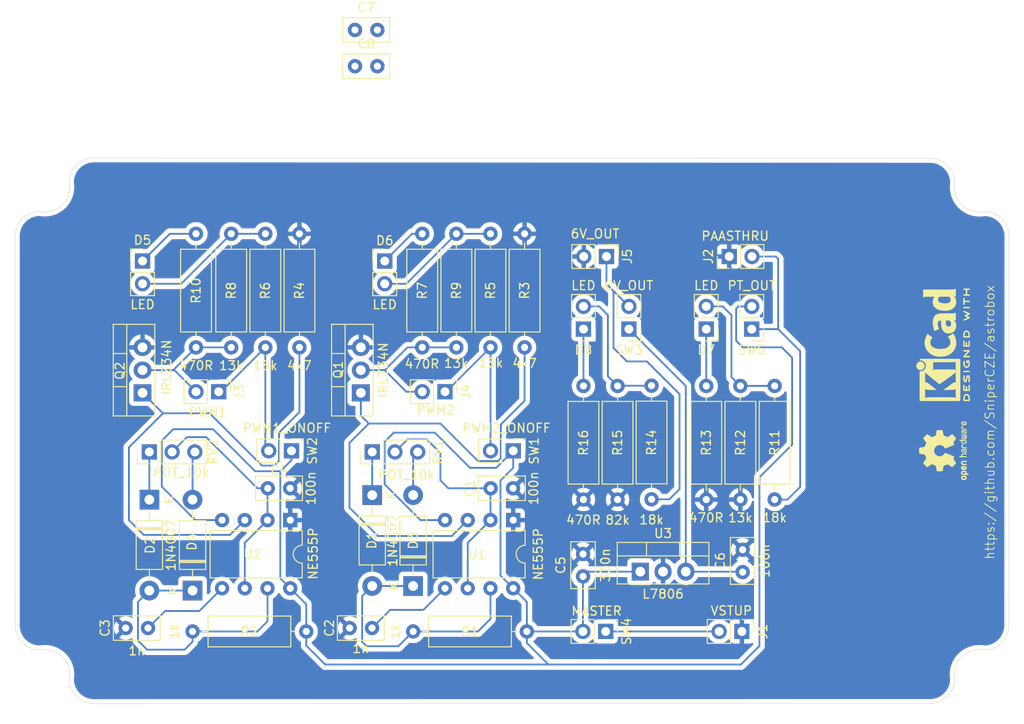
<source format=kicad_pcb>
(kicad_pcb (version 20221018) (generator pcbnew)
  (layers (0 "F.Cu" signal) (31 "B.Cu" signal) (34 "B.Paste" user) (35 "F.Paste" user) (36 "B.SilkS" user "B.Silkscreen") (37 "F.SilkS" user "F.Silkscreen") (38 "B.Mask" user) (39 "F.Mask" user) (44 "Edge.Cuts" user))
  (net 0 "")
  (net 1 "/POT2")
  (net 2 "GND")
  (net 3 "/CGND2")
  (net 4 "Net-(D1-K)")
  (net 5 "Net-(D2-K)")
  (net 6 "Net-(D3-A)")
  (net 7 "Net-(D4-A)")
  (net 8 "Net-(D5-K)")
  (net 9 "Net-(D5-A)")
  (net 10 "Net-(D6-K)")
  (net 11 "Net-(D6-A)")
  (net 12 "Net-(J1-Pin_2)")
  (net 13 "Net-(J3-Pin_2)")
  (net 14 "Net-(J4-Pin_2)")
  (net 16 "Net-(J5-Pin_1)")
  (net 17 "Net-(J3-Pin_1)")
  (net 18 "Net-(J4-Pin_1)")
  (net 20 "Net-(SW3-A)")
  (net 21 "Net-(D7-K)")
  (net 22 "Net-(D7-A)")
  (net 23 "Net-(D8-K)")
  (net 24 "Net-(D8-A)")
  (net 25 "Net-(J2-Pin_2)")
  (net 28 "/D2")
  (net 29 "/OUT2")
  (net 30 "/CGND1")
  (net 31 "/POT1")
  (net 32 "/VCC1")
  (net 33 "/D1")
  (net 34 "/OUT1")
  (footprint "Connector_PinHeader_2.54mm:PinHeader_1x02_P2.54mm_Vertical" (layer "F.Cu") (at 125.857 70.739 -90)
    (fp_text reference "SW2" (at 0 -2.33 -270) (layer "F.SilkS"))
    (fp_text value "PWM1_ONOFF" (at -2.54 0.508) (layer "F.SilkS"))
    (pad "1" thru_hole rect (at 0 0 270) (size 1.7 1.7) (drill 1) (layers "*.Cu" "*.Mask") (net 32 "/VCC1"))
    (pad "2" thru_hole oval (at 0 2.54 270) (size 1.7 1.7) (drill 1) (layers "*.Cu" "*.Mask") (net 17 "Net-(J3-Pin_1)"))
  )
  (footprint "Resistor_THT:R_Axial_DIN0309_L9.0mm_D3.2mm_P12.70mm_Horizontal" (layer "F.Cu") (at 179.824 76.186 90)
    (fp_text reference "R11")
    (fp_text value "18k" (at -2.032 0 180) (layer "F.SilkS"))
    (fp_text user "${REFERENCE}" (at 6.35 0 90) (layer "F.SilkS"))
    (pad "1" thru_hole circle (at 0 0 90) (size 1.6 1.6) (drill 0.8) (layers "*.Cu" "*.Mask") (net 25 "Net-(J2-Pin_2)"))
    (pad "2" thru_hole oval (at 12.7 0 90) (size 1.6 1.6) (drill 0.8) (layers "*.Cu" "*.Mask") (net 22 "Net-(D7-A)"))
  )
  (footprint "Connector_PinHeader_2.54mm:PinHeader_1x02_P2.54mm_Vertical" (layer "F.Cu") (at 176.165 90.932 -90)
    (fp_text reference "J1" (at 0 -2.33 -270) (layer "F.SilkS"))
    (fp_text value "VSTUP" (at -2.3114 1.1734) (layer "F.SilkS"))
    (pad "1" thru_hole rect (at 0 0 270) (size 1.7 1.7) (drill 1) (layers "*.Cu" "*.Mask") (net 2 "GND"))
    (pad "2" thru_hole oval (at 0 2.54 270) (size 1.7 1.7) (drill 1) (layers "*.Cu" "*.Mask") (net 12 "Net-(J1-Pin_2)"))
  )
  (footprint "Diode_THT:D_DO-41_SOD81_P10.16mm_Horizontal" (layer "F.Cu") (at 114.808 86.36 90)
    (fp_text reference "D4" (at 5.444 -0.0774 90) (layer "F.SilkS"))
    (fp_text value "1N4007")
    (fp_text user "K" (at -0.0508 -2.159 90) (layer "F.SilkS"))
    (pad "1" thru_hole rect (at 0 0 90) (size 2.2 2.2) (drill 1.1) (layers "*.Cu" "*.Mask") (net 33 "/D1"))
    (pad "2" thru_hole oval (at 10.16 0 90) (size 2.2 2.2) (drill 1.1) (layers "*.Cu" "*.Mask") (net 7 "Net-(D4-A)"))
  )
  (footprint "Resistor_THT:R_Axial_DIN0309_L9.0mm_D3.2mm_P12.70mm_Horizontal" (layer "F.Cu") (at 119.126 46.482 -90)
    (fp_text reference "R8")
    (fp_text value "13k" (at 14.732 0 -180) (layer "F.SilkS"))
    (fp_text user "${REFERENCE}" (at 6.35 0 90) (layer "F.SilkS"))
    (pad "1" thru_hole circle (at 0 0 270) (size 1.6 1.6) (drill 0.8) (layers "*.Cu" "*.Mask") (net 9 "Net-(D5-A)"))
    (pad "2" thru_hole oval (at 12.7 0 270) (size 1.6 1.6) (drill 0.8) (layers "*.Cu" "*.Mask") (net 13 "Net-(J3-Pin_2)"))
  )
  (footprint "Connector_PinHeader_2.54mm:PinHeader_1x02_P2.54mm_Vertical" (layer "F.Cu") (at 160.95 90.932 -90)
    (fp_text reference "SW4" (at 0 -2.33 -270) (layer "F.SilkS"))
    (fp_text value "MASTER" (at -2.286 1.016) (layer "F.SilkS"))
    (pad "1" thru_hole rect (at 0 0 270) (size 1.7 1.7) (drill 1) (layers "*.Cu" "*.Mask") (net 12 "Net-(J1-Pin_2)"))
    (pad "2" thru_hole oval (at 0 2.54 270) (size 1.7 1.7) (drill 1) (layers "*.Cu" "*.Mask") (net 32 "/VCC1"))
  )
  (footprint "Capacitor_THT:C_Disc_D5.0mm_W2.5mm_P2.50mm" (layer "F.Cu") (at 132.95 23.7)
    (fp_text reference "C7" (at 1.25 -2.5) (layer "F.SilkS"))
    (fp_text value "330n")
    (pad "1" thru_hole circle (at 0 0) (size 1.6 1.6) (drill 0.8) (layers "*.Cu" "*.Mask"))
    (pad "2" thru_hole circle (at 2.5 0) (size 1.6 1.6) (drill 0.8) (layers "*.Cu" "*.Mask"))
  )
  (footprint "Resistor_THT:R_Axial_DIN0309_L9.0mm_D3.2mm_P12.70mm_Horizontal" (layer "F.Cu") (at 172.186 63.49 -90)
    (fp_text reference "R13")
    (fp_text value "470R" (at 14.732 0 -180) (layer "F.SilkS"))
    (fp_text user "${REFERENCE}" (at 6.35 0 90) (layer "F.SilkS"))
    (pad "1" thru_hole circle (at 0 0 270) (size 1.6 1.6) (drill 0.8) (layers "*.Cu" "*.Mask") (net 21 "Net-(D7-K)"))
    (pad "2" thru_hole oval (at 12.7 0 270) (size 1.6 1.6) (drill 0.8) (layers "*.Cu" "*.Mask") (net 2 "GND"))
  )
  (footprint "Diode_THT:D_DO-41_SOD81_P10.16mm_Horizontal" (layer "F.Cu") (at 109.982 76.2 -90)
    (fp_text reference "D2" (at 5.08 -0.0762 90) (layer "F.SilkS"))
    (fp_text value "1N4007" (at 5.08 -2.413 90) (layer "F.SilkS"))
    (fp_text user "K" (at 0 -2.159 90) (layer "F.SilkS"))
    (pad "1" thru_hole rect (at 0 0 270) (size 2.2 2.2) (drill 1.1) (layers "*.Cu" "*.Mask") (net 5 "Net-(D2-K)"))
    (pad "2" thru_hole oval (at 10.16 0 270) (size 2.2 2.2) (drill 1.1) (layers "*.Cu" "*.Mask") (net 33 "/D1"))
  )
  (footprint "Diode_THT:D_DO-41_SOD81_P10.16mm_Horizontal" (layer "F.Cu") (at 139.446 85.852 90)
    (fp_text reference "D3" (at 5.08 0 90) (layer "F.SilkS"))
    (fp_text value "1N4007" (at 5.08 -2.286 90) (layer "F.SilkS"))
    (fp_text user "K" (at 0 -2.1 90) (layer "F.SilkS"))
    (pad "1" thru_hole rect (at 0 0 90) (size 2.2 2.2) (drill 1.1) (layers "*.Cu" "*.Mask") (net 28 "/D2"))
    (pad "2" thru_hole oval (at 10.16 0 90) (size 2.2 2.2) (drill 1.1) (layers "*.Cu" "*.Mask") (net 6 "Net-(D3-A)"))
  )
  (footprint "Package_DIP:DIP-8_W7.62mm" (layer "F.Cu") (at 125.72 78.486 -90)
    (fp_text reference "U2" (at 3.8 4.2064) (layer "F.SilkS"))
    (fp_text value "NE555P" (at 3.7492 -2.55 -270) (layer "F.SilkS"))
    (pad "1" thru_hole rect (at 0 0 270) (size 1.6 1.6) (drill 0.8) (layers "*.Cu" "*.Mask") (net 2 "GND"))
    (pad "2" thru_hole oval (at 0 2.54 270) (size 1.6 1.6) (drill 0.8) (layers "*.Cu" "*.Mask") (net 31 "/POT1"))
    (pad "3" thru_hole oval (at 0 5.08 270) (size 1.6 1.6) (drill 0.8) (layers "*.Cu" "*.Mask") (net 34 "/OUT1"))
    (pad "4" thru_hole oval (at 0 7.62 270) (size 1.6 1.6) (drill 0.8) (layers "*.Cu" "*.Mask") (net 32 "/VCC1"))
    (pad "5" thru_hole oval (at 7.62 7.62 270) (size 1.6 1.6) (drill 0.8) (layers "*.Cu" "*.Mask") (net 30 "/CGND1"))
    (pad "6" thru_hole oval (at 7.62 5.08 270) (size 1.6 1.6) (drill 0.8) (layers "*.Cu" "*.Mask") (net 31 "/POT1"))
    (pad "7" thru_hole oval (at 7.62 2.54 270) (size 1.6 1.6) (drill 0.8) (layers "*.Cu" "*.Mask") (net 33 "/D1"))
    (pad "8" thru_hole oval (at 7.62 0 270) (size 1.6 1.6) (drill 0.8) (layers "*.Cu" "*.Mask") (net 32 "/VCC1"))
  )
  (footprint "Connector_PinHeader_2.54mm:PinHeader_1x02_P2.54mm_Vertical" (layer "F.Cu") (at 117.729 64.135 -90)
    (fp_text reference "J3" (at 0 -2.33 90) (layer "F.SilkS"))
    (fp_text value "PWM1" (at 2.286 1.2192) (layer "F.SilkS"))
    (pad "1" thru_hole rect (at 0 0 270) (size 1.7 1.7) (drill 1) (layers "*.Cu" "*.Mask") (net 17 "Net-(J3-Pin_1)"))
    (pad "2" thru_hole oval (at 0 2.54 270) (size 1.7 1.7) (drill 1) (layers "*.Cu" "*.Mask") (net 13 "Net-(J3-Pin_2)"))
  )
  (footprint "Package_TO_SOT_THT:TO-220-3_Vertical" (layer "F.Cu") (at 109.22 64.262 90)
    (fp_text reference "Q2" (at 2.4638 -2.5198 90) (layer "F.SilkS"))
    (fp_text value "IRLZ34N" (at 2.8448 2.6924 90) (layer "F.SilkS"))
    (pad "1" thru_hole rect (at 0 0 90) (size 1.905 2) (drill 1.1) (layers "*.Cu" "*.Mask") (net 34 "/OUT1"))
    (pad "2" thru_hole oval (at 2.54 0 90) (size 1.905 2) (drill 1.1) (layers "*.Cu" "*.Mask") (net 13 "Net-(J3-Pin_2)"))
    (pad "3" thru_hole oval (at 5.08 0 90) (size 1.905 2) (drill 1.1) (layers "*.Cu" "*.Mask") (net 2 "GND"))
  )
  (footprint "Resistor_THT:R_Axial_DIN0309_L9.0mm_D3.2mm_P12.70mm_Horizontal" (layer "F.Cu") (at 144.272 46.482 -90)
    (fp_text reference "R9")
    (fp_text value "13k" (at 14.478 0.0254) (layer "F.SilkS"))
    (fp_text user "${REFERENCE}" (at 6.35 0 90) (layer "F.SilkS"))
    (pad "1" thru_hole circle (at 0 0 270) (size 1.6 1.6) (drill 0.8) (layers "*.Cu" "*.Mask") (net 11 "Net-(D6-A)"))
    (pad "2" thru_hole oval (at 12.7 0 270) (size 1.6 1.6) (drill 0.8) (layers "*.Cu" "*.Mask") (net 14 "Net-(J4-Pin_2)"))
  )
  (footprint "Capacitor_THT:C_Disc_D5.0mm_W2.5mm_P2.50mm" (layer "F.Cu") (at 109.835 90.551 180)
    (fp_text reference "C3" (at 4.806 0 90) (layer "F.SilkS"))
    (fp_text value "1n" (at 1.25 -2.54) (layer "F.SilkS"))
    (pad "1" thru_hole circle (at 0 0 180) (size 1.6 1.6) (drill 0.8) (layers "*.Cu" "*.Mask") (net 30 "/CGND1"))
    (pad "2" thru_hole circle (at 2.5 0 180) (size 1.6 1.6) (drill 0.8) (layers "*.Cu" "*.Mask") (net 2 "GND"))
  )
  (footprint "Resistor_THT:R_Axial_DIN0309_L9.0mm_D3.2mm_P12.70mm_Horizontal" (layer "F.Cu") (at 166.074 76.161 90)
    (fp_text reference "R14")
    (fp_text value "18k" (at -2.286 0 180) (layer "F.SilkS"))
    (fp_text user "${REFERENCE}" (at 6.35 0 90) (layer "F.SilkS"))
    (pad "1" thru_hole circle (at 0 0 90) (size 1.6 1.6) (drill 0.8) (layers "*.Cu" "*.Mask") (net 16 "Net-(J5-Pin_1)"))
    (pad "2" thru_hole oval (at 12.7 0 90) (size 1.6 1.6) (drill 0.8) (layers "*.Cu" "*.Mask") (net 24 "Net-(D8-A)"))
  )
  (footprint "Package_DIP:DIP-8_W7.62mm" (layer "F.Cu") (at 150.622 78.486 -90)
    (fp_text reference "U1" (at 3.8608 4.0386) (layer "F.SilkS"))
    (fp_text value "NE555P" (at 3.81 -2.794 -270) (layer "F.SilkS"))
    (pad "1" thru_hole rect (at 0 0 270) (size 1.6 1.6) (drill 0.8) (layers "*.Cu" "*.Mask") (net 2 "GND"))
    (pad "2" thru_hole oval (at 0 2.54 270) (size 1.6 1.6) (drill 0.8) (layers "*.Cu" "*.Mask") (net 1 "/POT2"))
    (pad "3" thru_hole oval (at 0 5.08 270) (size 1.6 1.6) (drill 0.8) (layers "*.Cu" "*.Mask") (net 29 "/OUT2"))
    (pad "4" thru_hole oval (at 0 7.62 270) (size 1.6 1.6) (drill 0.8) (layers "*.Cu" "*.Mask") (net 32 "/VCC1"))
    (pad "5" thru_hole oval (at 7.62 7.62 270) (size 1.6 1.6) (drill 0.8) (layers "*.Cu" "*.Mask") (net 3 "/CGND2"))
    (pad "6" thru_hole oval (at 7.62 5.08 270) (size 1.6 1.6) (drill 0.8) (layers "*.Cu" "*.Mask") (net 1 "/POT2"))
    (pad "7" thru_hole oval (at 7.62 2.54 270) (size 1.6 1.6) (drill 0.8) (layers "*.Cu" "*.Mask") (net 28 "/D2"))
    (pad "8" thru_hole oval (at 7.62 0 270) (size 1.6 1.6) (drill 0.8) (layers "*.Cu" "*.Mask") (net 32 "/VCC1"))
  )
  (footprint "Resistor_THT:R_Axial_DIN0309_L9.0mm_D3.2mm_P12.70mm_Horizontal" (layer "F.Cu") (at 152.146 90.932 180)
    (fp_text reference "R1")
    (fp_text value "1k" (at 14.732 0 90) (layer "F.SilkS"))
    (fp_text user "${REFERENCE}" (at 6.35 0) (layer "F.SilkS"))
    (pad "1" thru_hole circle (at 0 0 180) (size 1.6 1.6) (drill 0.8) (layers "*.Cu" "*.Mask") (net 32 "/VCC1"))
    (pad "2" thru_hole oval (at 12.7 0 180) (size 1.6 1.6) (drill 0.8) (layers "*.Cu" "*.Mask") (net 28 "/D2"))
  )
  (footprint "Connector_PinHeader_2.54mm:PinHeader_1x02_P2.54mm_Vertical" (layer "F.Cu") (at 158.47 57.14 180)
    (fp_text reference "D8" (at 0 -2.33) (layer "F.SilkS"))
    (fp_text value "LED" (at 0 4.87) (layer "F.SilkS"))
    (pad "1" thru_hole rect (at 0 0 180) (size 1.7 1.7) (drill 1) (layers "*.Cu" "*.Mask") (net 23 "Net-(D8-K)"))
    (pad "2" thru_hole oval (at 0 2.54 180) (size 1.7 1.7) (drill 1) (layers "*.Cu" "*.Mask") (net 24 "Net-(D8-A)"))
  )
  (footprint "Connector_PinHeader_2.54mm:PinHeader_1x02_P2.54mm_Vertical" (layer "F.Cu") (at 174.752 49.022 90)
    (fp_text reference "J2" (at 0 -2.33 90) (layer "F.SilkS"))
    (fp_text value "PAASTHRU" (at 2.286 0.6654) (layer "F.SilkS"))
    (pad "1" thru_hole rect (at 0 0 90) (size 1.7 1.7) (drill 1) (layers "*.Cu" "*.Mask") (net 2 "GND"))
    (pad "2" thru_hole oval (at 0 2.54 90) (size 1.7 1.7) (drill 1) (layers "*.Cu" "*.Mask") (net 25 "Net-(J2-Pin_2)"))
  )
  (footprint "Connector_PinHeader_2.54mm:PinHeader_1x02_P2.54mm_Vertical" (layer "F.Cu") (at 161.041 49.022 -90)
    (fp_text reference "J5" (at 0 -2.33 90) (layer "F.SilkS"))
    (fp_text value "6V_OUT" (at -2.54 1.275 -180) (layer "F.SilkS"))
    (pad "1" thru_hole rect (at 0 0 270) (size 1.7 1.7) (drill 1) (layers "*.Cu" "*.Mask") (net 16 "Net-(J5-Pin_1)"))
    (pad "2" thru_hole oval (at 0 2.54 270) (size 1.7 1.7) (drill 1) (layers "*.Cu" "*.Mask") (net 2 "GND"))
  )
  (footprint "Capacitor_THT:C_Disc_D5.0mm_W2.5mm_P2.50mm" (layer "F.Cu") (at 123.21 74.93)
    (fp_text reference "C4" (at 1.27 -2.032) (layer "F.SilkS"))
    (fp_text value "100n" (at 4.826 0 90) (layer "F.SilkS"))
    (pad "1" thru_hole circle (at 0 0) (size 1.6 1.6) (drill 0.8) (layers "*.Cu" "*.Mask") (net 31 "/POT1"))
    (pad "2" thru_hole circle (at 2.5 0) (size 1.6 1.6) (drill 0.8) (layers "*.Cu" "*.Mask") (net 2 "GND"))
  )
  (footprint "Connector_PinHeader_2.54mm:PinHeader_1x02_P2.54mm_Vertical" (layer "F.Cu") (at 177.266 57.145 180)
    (fp_text reference "SW5" (at 0 -2.33) (layer "F.SilkS"))
    (fp_text value "PT_OUT" (at 0 4.87) (layer "F.SilkS"))
    (pad "1" thru_hole rect (at 0 0 180) (size 1.7 1.7) (drill 1) (layers "*.Cu" "*.Mask") (net 25 "Net-(J2-Pin_2)"))
    (pad "2" thru_hole oval (at 0 2.54 180) (size 1.7 1.7) (drill 1) (layers "*.Cu" "*.Mask") (net 32 "/VCC1"))
  )
  (footprint "Capacitor_THT:C_Disc_D5.0mm_W2.5mm_P2.50mm" (layer "F.Cu") (at 134.854 90.551 180)
    (fp_text reference "C2" (at 4.7552 0 90) (layer "F.SilkS"))
    (fp_text value "1n" (at 1.25 -2.286) (layer "F.SilkS"))
    (pad "1" thru_hole circle (at 0 0 180) (size 1.6 1.6) (drill 0.8) (layers "*.Cu" "*.Mask") (net 3 "/CGND2"))
    (pad "2" thru_hole circle (at 2.5 0 180) (size 1.6 1.6) (drill 0.8) (layers "*.Cu" "*.Mask") (net 2 "GND"))
  )
  (footprint "Connector_PinHeader_2.54mm:PinHeader_1x02_P2.54mm_Vertical" (layer "F.Cu") (at 150.627 70.739 -90)
    (fp_text reference "SW1" (at 0 -2.33 -270) (layer "F.SilkS"))
    (fp_text value "PWM2_ONOFF" (at -2.54 0.762) (layer "F.SilkS"))
    (pad "1" thru_hole rect (at 0 0 270) (size 1.7 1.7) (drill 1) (layers "*.Cu" "*.Mask") (net 32 "/VCC1"))
    (pad "2" thru_hole oval (at 0 2.54 270) (size 1.7 1.7) (drill 1) (layers "*.Cu" "*.Mask") (net 18 "Net-(J4-Pin_1)"))
  )
  (footprint "Resistor_THT:R_Axial_DIN0309_L9.0mm_D3.2mm_P12.70mm_Horizontal" (layer "F.Cu") (at 162.28 76.19 90)
    (fp_text reference "R15")
    (fp_text value "82k" (at -2.286 0 180) (layer "F.SilkS"))
    (fp_text user "${REFERENCE}" (at 6.35 0 90) (layer "F.SilkS"))
    (pad "1" thru_hole circle (at 0 0 90) (size 1.6 1.6) (drill 0.8) (layers "*.Cu" "*.Mask") (net 2 "GND"))
    (pad "2" thru_hole oval (at 12.7 0 90) (size 1.6 1.6) (drill 0.8) (layers "*.Cu" "*.Mask") (net 24 "Net-(D8-A)"))
  )
  (footprint "Symbol:KiCad-Logo2_5mm_SilkScreen" (layer "F.Cu") (at 198.625 58.9 90)
    (fp_text reference "REF**" hide)
    (fp_text value "KiCad-Logo2_5mm_SilkScreen" hide)
  )
  (footprint "Capacitor_THT:C_Disc_D5.0mm_W2.5mm_P2.50mm" (layer "F.Cu") (at 158.425 84.775 90)
    (fp_text reference "C5" (at 1.25 -2.5 90) (layer "F.SilkS"))
    (fp_text value "330n" (at 1.25 2.5 90) (layer "F.SilkS"))
    (pad "1" thru_hole circle (at 0 0 90) (size 1.6 1.6) (drill 0.8) (layers "*.Cu" "*.Mask") (net 32 "/VCC1"))
    (pad "2" thru_hole circle (at 2.5 0 90) (size 1.6 1.6) (drill 0.8) (layers "*.Cu" "*.Mask") (net 2 "GND"))
  )
  (footprint "Resistor_THT:R_Axial_DIN0309_L9.0mm_D3.2mm_P12.70mm_Horizontal" (layer "F.Cu") (at 122.936 59.182 90)
    (fp_text reference "R6")
    (fp_text value "18k" (at -2.032 0) (layer "F.SilkS"))
    (fp_text user "${REFERENCE}" (at 6.35 0 90) (layer "F.SilkS"))
    (pad "1" thru_hole circle (at 0 0 90) (size 1.6 1.6) (drill 0.8) (layers "*.Cu" "*.Mask") (net 17 "Net-(J3-Pin_1)"))
    (pad "2" thru_hole oval (at 12.7 0 90) (size 1.6 1.6) (drill 0.8) (layers "*.Cu" "*.Mask") (net 9 "Net-(D5-A)"))
  )
  (footprint "Capacitor_THT:C_Disc_D5.0mm_W2.5mm_P2.50mm" (layer "F.Cu") (at 176.25 84.298 90)
    (fp_text reference "C6" (at 1.25 -2.5 90) (layer "F.SilkS"))
    (fp_text value "100n" (at 1.25 2.5 90) (layer "F.SilkS"))
    (pad "1" thru_hole circle (at 0 0 90) (size 1.6 1.6) (drill 0.8) (layers "*.Cu" "*.Mask") (net 20 "Net-(SW3-A)"))
    (pad "2" thru_hole circle (at 2.5 0 90) (size 1.6 1.6) (drill 0.8) (layers "*.Cu" "*.Mask") (net 2 "GND"))
  )
  (footprint "Package_TO_SOT_THT:TO-220-3_Vertical" (layer "F.Cu") (at 133.604 64.262 90)
    (fp_text reference "Q1" (at 2.5908 -2.5198 90) (layer "F.SilkS"))
    (fp_text value "IRLZ34N" (at 2.54 2.5 90) (layer "F.SilkS"))
    (pad "1" thru_hole rect (at 0 0 90) (size 1.905 2) (drill 1.1) (layers "*.Cu" "*.Mask") (net 29 "/OUT2"))
    (pad "2" thru_hole oval (at 2.54 0 90) (size 1.905 2) (drill 1.1) (layers "*.Cu" "*.Mask") (net 14 "Net-(J4-Pin_2)"))
    (pad "3" thru_hole oval (at 5.08 0 90) (size 1.905 2) (drill 1.1) (layers "*.Cu" "*.Mask") (net 2 "GND"))
  )
  (footprint "Resistor_THT:R_Axial_DIN0309_L9.0mm_D3.2mm_P12.70mm_Horizontal" (layer "F.Cu") (at 151.892 59.182 90)
    (fp_text reference "R3")
    (fp_text value "4k7" (at -1.778 0 180) (layer "F.SilkS"))
    (fp_text user "${REFERENCE}" (at 6.35 0 90) (layer "F.SilkS"))
    (pad "1" thru_hole circle (at 0 0 90) (size 1.6 1.6) (drill 0.8) (layers "*.Cu" "*.Mask") (net 29 "/OUT2"))
    (pad "2" thru_hole oval (at 12.7 0 90) (size 1.6 1.6) (drill 0.8) (layers "*.Cu" "*.Mask") (net 2 "GND"))
  )
  (footprint "Diode_THT:D_DO-41_SOD81_P10.16mm_Horizontal" (layer "F.Cu") (at 134.874 75.692 -90)
    (fp_text reference "D1" (at 5.0546 0.0508 90) (layer "F.SilkS"))
    (fp_text value "1N4007" (at 5.08 -2.286 90) (layer "F.SilkS"))
    (fp_text user "K" (at 0 -2.1 90) (layer "F.SilkS"))
    (pad "1" thru_hole rect (at 0 0 270) (size 2.2 2.2) (drill 1.1) (layers "*.Cu" "*.Mask") (net 4 "Net-(D1-K)"))
    (pad "2" thru_hole oval (at 10.16 0 270) (size 2.2 2.2) (drill 1.1) (layers "*.Cu" "*.Mask") (net 28 "/D2"))
  )
  (footprint "Resistor_THT:R_Axial_DIN0309_L9.0mm_D3.2mm_P12.70mm_Horizontal" (layer "F.Cu") (at 115.189 46.482 -90)
    (fp_text reference "R10")
    (fp_text value "470R" (at 14.732 0 -180) (layer "F.SilkS"))
    (fp_text user "${REFERENCE}" (at 6.35 0 90) (layer "F.SilkS"))
    (pad "1" thru_hole circle (at 0 0 270) (size 1.6 1.6) (drill 0.8) (layers "*.Cu" "*.Mask") (net 8 "Net-(D5-K)"))
    (pad "2" thru_hole oval (at 12.7 0 270) (size 1.6 1.6) (drill 0.8) (layers "*.Cu" "*.Mask") (net 13 "Net-(J3-Pin_2)"))
  )
  (footprint "Resistor_THT:R_Axial_DIN0309_L9.0mm_D3.2mm_P12.70mm_Horizontal" (layer "F.Cu") (at 126.746 59.182 90)
    (fp_text reference "R4")
    (fp_text value "4k7" (at -2.032 0) (layer "F.SilkS"))
    (fp_text user "${REFERENCE}" (at 6.35 0 90) (layer "F.SilkS"))
    (pad "1" thru_hole circle (at 0 0 90) (size 1.6 1.6) (drill 0.8) (layers "*.Cu" "*.Mask") (net 34 "/OUT1"))
    (pad "2" thru_hole oval (at 12.7 0 90) (size 1.6 1.6) (drill 0.8) (layers "*.Cu" "*.Mask") (net 2 "GND"))
  )
  (footprint "Connector_PinHeader_2.54mm:PinHeader_1x02_P2.54mm_Vertical" (layer "F.Cu") (at 109.22 49.525)
    (fp_text reference "D5" (at 0 -2.33) (layer "F.SilkS"))
    (fp_text value "LED" (at 0 4.87) (layer "F.SilkS"))
    (pad "1" thru_hole rect (at 0 0) (size 1.7 1.7) (drill 1) (layers "*.Cu" "*.Mask") (net 8 "Net-(D5-K)"))
    (pad "2" thru_hole oval (at 0 2.54) (size 1.7 1.7) (drill 1) (layers "*.Cu" "*.Mask") (net 9 "Net-(D5-A)"))
  )
  (footprint "Resistor_THT:R_Axial_DIN0309_L9.0mm_D3.2mm_P12.70mm_Horizontal" (layer "F.Cu") (at 127.508 90.932 180)
    (fp_text reference "R2")
    (fp_text value "1k" (at 14.732 0 90) (layer "F.SilkS"))
    (fp_text user "${REFERENCE}" (at 6.35 0) (layer "F.SilkS"))
    (pad "1" thru_hole circle (at 0 0 180) (size 1.6 1.6) (drill 0.8) (layers "*.Cu" "*.Mask") (net 32 "/VCC1"))
    (pad "2" thru_hole oval (at 12.7 0 180) (size 1.6 1.6) (drill 0.8) (layers "*.Cu" "*.Mask") (net 33 "/D1"))
  )
  (footprint "Symbol:OSHW-Logo2_7.3x6mm_SilkScreen" (layer "F.Cu") (at 198.725 70.725 90)
    (fp_text reference "REF**" hide)
    (fp_text value "OSHW-Logo2_7.3x6mm_SilkScreen" hide)
  )
  (footprint "Connector_PinHeader_2.54mm:PinHeader_1x03_P2.54mm_Vertical" (layer "F.Cu") (at 134.874 70.866 90)
    (fp_text reference "RV1" (at 0 7.366 90) (layer "F.SilkS"))
    (fp_text value "POT_10k" (at -2.54 3.81) (layer "F.SilkS"))
    (pad "1" thru_hole rect (at 0 0 90) (size 1.7 1.7) (drill 1) (layers "*.Cu" "*.Mask") (net 4 "Net-(D1-K)"))
    (pad "2" thru_hole oval (at 0 2.54 90) (size 1.7 1.7) (drill 1) (layers "*.Cu" "*.Mask") (net 1 "/POT2"))
    (pad "3" thru_hole oval (at 0 5.08 90) (size 1.7 1.7) (drill 1) (layers "*.Cu" "*.Mask") (net 6 "Net-(D3-A)"))
  )
  (footprint "Resistor_THT:R_Axial_DIN0309_L9.0mm_D3.2mm_P12.70mm_Horizontal" (layer "F.Cu") (at 175.996 63.49 -90)
    (fp_text reference "R12")
    (fp_text value "13k" (at 14.732 0 -180) (layer "F.SilkS"))
    (fp_text user "${REFERENCE}" (at 6.35 0 90) (layer "F.SilkS"))
    (pad "1" thru_hole circle (at 0 0 270) (size 1.6 1.6) (drill 0.8) (layers "*.Cu" "*.Mask") (net 22 "Net-(D7-A)"))
    (pad "2" thru_hole oval (at 12.7 0 270) (size 1.6 1.6) (drill 0.8) (layers "*.Cu" "*.Mask") (net 2 "GND"))
  )
  (footprint "Connector_PinHeader_2.54mm:PinHeader_1x02_P2.54mm_Vertical" (layer "F.Cu") (at 136.271 49.53)
    (fp_text reference "D6" (at 0 -2.286) (layer "F.SilkS"))
    (fp_text value "LED" (at 0 4.87) (layer "F.SilkS"))
    (pad "1" thru_hole rect (at 0 0) (size 1.7 1.7) (drill 1) (layers "*.Cu" "*.Mask") (net 10 "Net-(D6-K)"))
    (pad "2" thru_hole oval (at 0 2.54) (size 1.7 1.7) (drill 1) (layers "*.Cu" "*.Mask") (net 11 "Net-(D6-A)"))
  )
  (footprint "Resistor_THT:R_Axial_DIN0309_L9.0mm_D3.2mm_P12.70mm_Horizontal" (layer "F.Cu") (at 140.462 46.482 -90)
    (fp_text reference "R7")
    (fp_text value "470R" (at 14.5542 0.0254) (layer "F.SilkS"))
    (fp_text user "${REFERENCE}" (at 6.35 0 90) (layer "F.SilkS"))
    (pad "1" thru_hole circle (at 0 0 270) (size 1.6 1.6) (drill 0.8) (layers "*.Cu" "*.Mask") (net 10 "Net-(D6-K)"))
    (pad "2" thru_hole oval (at 12.7 0 270) (size 1.6 1.6) (drill 0.8) (layers "*.Cu" "*.Mask") (net 14 "Net-(J4-Pin_2)"))
  )
  (footprint "Connector_PinHeader_2.54mm:PinHeader_1x02_P2.54mm_Vertical" (layer "F.Cu") (at 172.186 57.14 180)
    (fp_text reference "D7" (at 0 -2.33) (layer "F.SilkS"))
    (fp_text value "LED" (at 0 4.87) (layer "F.SilkS"))
    (pad "1" thru_hole rect (at 0 0 180) (size 1.7 1.7) (drill 1) (layers "*.Cu" "*.Mask") (net 21 "Net-(D7-K)"))
    (pad "2" thru_hole oval (at 0 2.54 180) (size 1.7 1.7) (drill 1) (layers "*.Cu" "*.Mask") (net 22 "Net-(D7-A)"))
  )
  (footprint "Package_TO_SOT_THT:TO-220-3_Vertical" (layer "F.Cu") (at 164.82 84.247)
    (fp_text reference "U3" (at 2.54 -4.27) (layer "F.SilkS"))
    (fp_text value "L7806" (at 2.54 2.5) (layer "F.SilkS"))
    (pad "1" thru_hole rect (at 0 0) (size 1.905 2) (drill 1.1) (layers "*.Cu" "*.Mask") (net 32 "/VCC1"))
    (pad "2" thru_hole oval (at 2.54 0) (size 1.905 2) (drill 1.1) (layers "*.Cu" "*.Mask") (net 2 "GND"))
    (pad "3" thru_hole oval (at 5.08 0) (size 1.905 2) (drill 1.1) (layers "*.Cu" "*.Mask") (net 20 "Net-(SW3-A)"))
  )
  (footprint "Connector_PinHeader_2.54mm:PinHeader_1x02_P2.54mm_Vertical" (layer "F.Cu") (at 143.002 64.135 -90)
    (fp_text reference "J4" (at 0 -2.33 90) (layer "F.SilkS"))
    (fp_text value "PWM2" (at 2.032 1.0464) (layer "F.SilkS"))
    (pad "1" thru_hole rect (at 0 0 270) (size 1.7 1.7) (drill 1) (layers "*.Cu" "*.Mask") (net 18 "Net-(J4-Pin_1)"))
    (pad "2" thru_hole oval (at 0 2.54 270) (size 1.7 1.7) (drill 1) (layers "*.Cu" "*.Mask") (net 14 "Net-(J4-Pin_2)"))
  )
  (footprint "Capacitor_THT:C_Disc_D5.0mm_W2.5mm_P2.50mm" (layer "F.Cu") (at 148.102 74.93)
    (fp_text reference "C1" (at -2.306 0 90) (layer "F.SilkS"))
    (fp_text value "100n" (at 4.806 0 90) (layer "F.SilkS"))
    (pad "1" thru_hole circle (at 0 0) (size 1.6 1.6) (drill 0.8) (layers "*.Cu" "*.Mask") (net 1 "/POT2"))
    (pad "2" thru_hole circle (at 2.5 0) (size 1.6 1.6) (drill 0.8) (layers "*.Cu" "*.Mask") (net 2 "GND"))
  )
  (footprint "Resistor_THT:R_Axial_DIN0309_L9.0mm_D3.2mm_P12.70mm_Horizontal" (layer "F.Cu") (at 148.082 59.182 90)
    (fp_text reference "R5")
    (fp_text value "18k" (at -1.7272 0.0508) (layer "F.SilkS"))
    (fp_text user "${REFERENCE}" (at 6.35 0 90) (layer "F.SilkS"))
    (pad "1" thru_hole circle (at 0 0 90) (size 1.6 1.6) (drill 0.8) (layers "*.Cu" "*.Mask") (net 18 "Net-(J4-Pin_1)"))
    (pad "2" thru_hole oval (at 12.7 0 90) (size 1.6 1.6) (drill 0.8) (layers "*.Cu" "*.Mask") (net 11 "Net-(D6-A)"))
  )
  (footprint "Resistor_THT:R_Axial_DIN0309_L9.0mm_D3.2mm_P12.70mm_Horizontal" (layer "F.Cu") (at 158.47 76.19 90)
    (fp_text reference "R16")
    (fp_text value "470R" (at -2.286 0 180) (layer "F.SilkS"))
    (fp_text user "${REFERENCE}" (at 6.35 0 90) (layer "F.SilkS"))
    (pad "1" thru_hole circle (at 0 0 90) (size 1.6 1.6) (drill 0.8) (layers "*.Cu" "*.Mask") (net 2 "GND"))
    (pad "2" thru_hole oval (at 12.7 0 90) (size 1.6 1.6) (drill 0.8) (layers "*.Cu" "*.Mask") (net 23 "Net-(D8-K)"))
  )
  (footprint "Connector_PinHeader_2.54mm:PinHeader_1x03_P2.54mm_Vertical" (layer "F.Cu") (at 109.982 70.866 90)
    (fp_text reference "RV2" (at 0 7.112 90) (layer "F.SilkS"))
    (fp_text value "POT_10k" (at -2.286 3.556) (layer "F.SilkS"))
    (pad "1" thru_hole rect (at 0 0 90) (size 1.7 1.7) (drill 1) (layers "*.Cu" "*.Mask") (net 5 "Net-(D2-K)"))
    (pad "2" thru_hole oval (at 0 2.54 90) (size 1.7 1.7) (drill 1) (layers "*.Cu" "*.Mask") (net 31 "/POT1"))
    (pad "3" thru_hole oval (at 0 5.08 90) (size 1.7 1.7) (drill 1) (layers "*.Cu" "*.Mask") (net 7 "Net-(D4-A)"))
  )
  (footprint "Connector_PinHeader_2.54mm:PinHeader_1x02_P2.54mm_Vertical" (layer "F.Cu") (at 163.55 57.14 180)
    (fp_text reference "SW3" (at 0 -2.33) (layer "F.SilkS"))
    (fp_text value "6V_OUT" (at 0 4.87) (layer "F.SilkS"))
    (pad "1" thru_hole rect (at 0 0 180) (size 1.7 1.7) (drill 1) (layers "*.Cu" "*.Mask") (net 20 "Net-(SW3-A)"))
    (pad "2" thru_hole oval (at 0 2.54 180) (size 1.7 1.7) (drill 1) (layers "*.Cu" "*.Mask") (net 16 "Net-(J5-Pin_1)"))
  )
  (footprint "Capacitor_THT:C_Disc_D5.0mm_W2.5mm_P2.50mm" (layer "F.Cu") (at 132.95 27.75)
    (fp_text reference "C8" (at 1.25 -2.5) (layer "F.SilkS"))
    (fp_text value "100n")
    (pad "1" thru_hole circle (at 0 0) (size 1.6 1.6) (drill 0.8) (layers "*.Cu" "*.Mask"))
    (pad "2" thru_hole circle (at 2.5 0) (size 1.6 1.6) (drill 0.8) (layers "*.Cu" "*.Mask"))
  )
  (gr_arc (start 203.25 44) (mid 205.194544 44.805456) (end 206 46.75) (stroke (width 0.05)) (layer "Edge.Cuts"))
  (gr_line (start 103.8 99) (end 197.172058 98.990415) (stroke (width 0.05)) (layer "Edge.Cuts"))
  (gr_arc (start 205.975 90.25) (mid 205.169544 92.194544) (end 203.225 93) (stroke (width 0.05)) (layer "Edge.Cuts"))
  (gr_line (start 206 46.75) (end 205.975 90.25) (stroke (width 0.05)) (layer "Edge.Cuts"))
  (gr_arc (start 97.75 93) (mid 100.257173 93.747123) (end 101.04816 96.240805) (stroke (width 0.05)) (layer "Edge.Cuts"))
  (gr_arc (start 199.922058 96.240415) (mid 199.116602 98.184959) (end 197.172058 98.990415) (stroke (width 0.05)) (layer "Edge.Cuts"))
  (gr_arc (start 101.044544 40.744544) (mid 100.258201 43.23833) (end 97.752699 43.986506) (stroke (width 0.05)) (layer "Edge.Cuts"))
  (gr_arc (start 95.002699 46.736506) (mid 95.808155 44.791962) (end 97.752699 43.986506) (stroke (width 0.05)) (layer "Edge.Cuts"))
  (gr_arc (start 101.044544 40.744544) (mid 101.85 38.8) (end 103.794544 37.994544) (stroke (width 0.05)) (layer "Edge.Cuts"))
  (gr_arc (start 199.922058 96.240415) (mid 200.725411 93.755724) (end 203.225 93) (stroke (width 0.05)) (layer "Edge.Cuts"))
  (gr_arc (start 103.8 99) (mid 101.855456 98.194544) (end 101.05 96.25) (stroke (width 0.05)) (layer "Edge.Cuts"))
  (gr_arc (start 203.25 43.999999) (mid 200.752151 43.267642) (end 199.93235 40.797112) (stroke (width 0.05)) (layer "Edge.Cuts"))
  (gr_arc (start 197.18235 38.047112) (mid 199.126894 38.852568) (end 199.93235 40.797112) (stroke (width 0.05)) (layer "Edge.Cuts"))
  (gr_line (start 103.794544 37.994544) (end 197.18235 38.047112) (stroke (width 0.05)) (layer "Edge.Cuts"))
  (gr_line (start 95.002699 46.736506) (end 95 90.25) (stroke (width 0.05)) (layer "Edge.Cuts"))
  (gr_arc (start 97.75 93) (mid 95.805456 92.194544) (end 95 90.25) (stroke (width 0.05)) (layer "Edge.Cuts"))
  (gr_text "https://github.com/SniperCZE/astrobox" (at 204.45 82.95 90) (layer "F.SilkS") (effects (font (size 1 1) (thickness 0.1)) (justify left bottom)))
  (segment (start 148.082 78.486) (end 148.082 74.95) (width 0.2) (layer "B.Cu") (net 1))
  (segment (start 142.494 74.041) (end 143.383 74.93) (width 0.2) (layer "B.Cu") (net 1))
  (segment (start 145.542 81.026) (end 148.082 78.486) (width 0.2) (layer "B.Cu") (net 1))
  (segment (start 137.414 70.866) (end 138.811 69.469) (width 0.2) (layer "B.Cu") (net 1))
  (segment (start 145.542 86.106) (end 145.542 81.026) (width 0.2) (layer "B.Cu") (net 1))
  (segment (start 142.494 70.993) (end 142.494 74.041) (width 0.2) (layer "B.Cu") (net 1))
  (segment (start 143.383 74.93) (end 148.102 74.93) (width 0.2) (layer "B.Cu") (net 1))
  (segment (start 140.97 69.469) (end 142.494 70.993) (width 0.2) (layer "B.Cu") (net 1))
  (segment (start 138.811 69.469) (end 140.97 69.469) (width 0.2) (layer "B.Cu") (net 1))
  (segment (start 134.854 90.551) (end 136.886 88.519) (width 0.2) (layer "B.Cu") (net 3))
  (segment (start 136.886 88.519) (end 140.589 88.519) (width 0.2) (layer "B.Cu") (net 3))
  (segment (start 140.589 88.519) (end 143.002 86.106) (width 0.2) (layer "B.Cu") (net 3))
  (segment (start 134.874 70.866) (end 134.874 75.692) (width 0.2) (layer "B.Cu") (net 4))
  (segment (start 109.982 76.2) (end 109.982 70.866) (width 0.2) (layer "B.Cu") (net 5))
  (segment (start 139.446 75.692) (end 139.446 71.374) (width 0.2) (layer "B.Cu") (net 6))
  (segment (start 114.808 76.2) (end 114.808 71.12) (width 0.2) (layer "B.Cu") (net 7))
  (segment (start 115.189 46.482) (end 112.263 46.482) (width 0.2) (layer "B.Cu") (net 8))
  (segment (start 112.263 46.482) (end 109.22 49.525) (width 0.2) (layer "B.Cu") (net 8))
  (segment (start 119.126 46.482) (end 122.936 46.482) (width 0.2) (layer "B.Cu") (net 9))
  (segment (start 109.22 52.065) (end 113.543 52.065) (width 0.2) (layer "B.Cu") (net 9))
  (segment (start 113.543 52.065) (end 119.126 46.482) (width 0.2) (layer "B.Cu") (net 9))
  (segment (start 140.462 46.482) (end 139.319 46.482) (width 0.2) (layer "B.Cu") (net 10))
  (segment (start 139.319 46.482) (end 136.271 49.53) (width 0.2) (layer "B.Cu") (net 10))
  (segment (start 136.271 52.07) (end 138.684 52.07) (width 0.2) (layer "B.Cu") (net 11))
  (segment (start 138.684 52.07) (end 144.272 46.482) (width 0.2) (layer "B.Cu") (net 11))
  (segment (start 144.272 46.482) (end 148.082 46.482) (width 0.2) (layer "B.Cu") (net 11))
  (segment (start 173.625 90.932) (end 160.95 90.932) (width 0.2) (layer "B.Cu") (net 12))
  (segment (start 119.126 59.182) (end 115.189 59.182) (width 0.2) (layer "B.Cu") (net 13))
  (segment (start 115.189 64.135) (end 112.776 61.722) (width 0.2) (layer "B.Cu") (net 13))
  (segment (start 112.776 61.722) (end 112.649 61.722) (width 0.2) (layer "B.Cu") (net 13))
  (segment (start 112.649 61.722) (end 115.189 59.182) (width 0.2) (layer "B.Cu") (net 13))
  (segment (start 109.22 61.722) (end 112.649 61.722) (width 0.2) (layer "B.Cu") (net 13))
  (segment (start 140.462 59.182) (end 144.272 59.182) (width 0.2) (layer "B.Cu") (net 14))
  (segment (start 140.462 59.182) (end 138.811 59.182) (width 0.2) (layer "B.Cu") (net 14))
  (segment (start 140.462 64.135) (end 138.684 64.135) (width 0.2) (layer "B.Cu") (net 14))
  (segment (start 138.684 64.135) (end 136.271 61.722) (width 0.2) (layer "B.Cu") (net 14))
  (segment (start 133.604 61.722) (end 136.271 61.722) (width 0.2) (layer "B.Cu") (net 14))
  (segment (start 136.271 61.722) (end 138.811 59.182) (width 0.2) (layer "B.Cu") (net 14))
  (segment (start 161.825 52.875) (end 163.55 54.6) (width 0.2) (layer "B.Cu") (net 16))
  (segment (start 165.55 60.75) (end 163.325 60.75) (width 0.2) (layer "B.Cu") (net 16))
  (segment (start 161.041 52.091) (end 161.825 52.875) (width 0.2) (layer "B.Cu") (net 16))
  (segment (start 161.041 49.022) (end 161.041 52.091) (width 0.2) (layer "B.Cu") (net 16))
  (segment (start 163.325 60.75) (end 161.825 59.25) (width 0.2) (layer "B.Cu") (net 16))
  (segment (start 161.825 59.25) (end 161.825 52.875) (width 0.2) (layer "B.Cu") (net 16))
  (segment (start 168.064 76.161) (end 169.2 75.025) (width 0.2) (layer "B.Cu") (net 16))
  (segment (start 169.2 75.025) (end 169.2 64.4) (width 0.2) (layer "B.Cu") (net 16))
  (segment (start 169.2 64.4) (end 165.55 60.75) (width 0.2) (layer "B.Cu") (net 16))
  (segment (start 166.074 76.161) (end 168.064 76.161) (width 0.2) (layer "B.Cu") (net 16))
  (segment (start 122.936 59.182) (end 117.983 64.135) (width 0.2) (layer "B.Cu") (net 17))
  (segment (start 122.936 59.182) (end 122.936 70.358) (width 0.2) (layer "B.Cu") (net 17))
  (segment (start 148.087 70.739) (end 148.087 59.187) (width 0.2) (layer "B.Cu") (net 18))
  (segment (start 143.129 64.135) (end 148.082 59.182) (width 0.2) (layer "B.Cu") (net 18))
  (segment (start 169.9 84.247) (end 169.9 63.49) (width 0.2) (layer "B.Cu") (net 20))
  (segment (start 169.9 63.49) (end 163.55 57.14) (width 0.2) (layer "B.Cu") (net 20))
  (segment (start 176.199 84.247) (end 176.25 84.298) (width 0.2) (layer "B.Cu") (net 20))
  (segment (start 169.9 84.247) (end 176.199 84.247) (width 0.2) (layer "B.Cu") (net 20))
  (segment (start 172.186 63.49) (end 172.186 57.14) (width 0.2) (layer "B.Cu") (net 21))
  (segment (start 179.824 63.486) (end 176 63.486) (width 0.2) (layer "B.Cu") (net 22))
  (segment (start 176 63.486) (end 175.996 63.49) (width 0.2) (layer "B.Cu") (net 22))
  (segment (start 174.025 54.6) (end 175 55.575) (width 0.2) (layer "B.Cu") (net 22))
  (segment (start 172.186 54.6) (end 174.025 54.6) (width 0.2) (layer "B.Cu") (net 22))
  (segment (start 175 55.575) (end 175 62.494) (width 0.2) (layer "B.Cu") (net 22))
  (segment (start 175 62.494) (end 175.996 63.49) (width 0.2) (layer "B.Cu") (net 22))
  (segment (start 158.47 63.49) (end 158.47 57.14) (width 0.2) (layer "B.Cu") (net 23))
  (segment (start 160.225 54.6) (end 161.2 55.575) (width 0.2) (layer "B.Cu") (net 24))
  (segment (start 158.47 54.6) (end 160.225 54.6) (width 0.2) (layer "B.Cu") (net 24))
  (segment (start 161.2 55.575) (end 161.2 62.41) (width 0.2) (layer "B.Cu") (net 24))
  (segment (start 162.309 63.461) (end 162.28 63.49) (width 0.2) (layer "B.Cu") (net 24))
  (segment (start 161.2 62.41) (end 162.28 63.49) (width 0.2) (layer "B.Cu") (net 24))
  (segment (start 166.074 63.461) (end 162.309 63.461) (width 0.2) (layer "B.Cu") (net 24))
  (segment (start 182.675 59.6) (end 182.675 74.775) (width 0.2) (layer "B.Cu") (net 25))
  (segment (start 177.266 57.145) (end 180.22 57.145) (width 0.2) (layer "B.Cu") (net 25))
  (segment (start 180.22 57.145) (end 182.675 59.6) (width 0.2) (layer "B.Cu") (net 25))
  (segment (start 180.22 49.295) (end 180.22 57.145) (width 0.2) (layer "B.Cu") (net 25))
  (segment (start 181.264 76.186) (end 179.824 76.186) (width 0.2) (layer "B.Cu") (net 25))
  (segment (start 177.292 49.022) (end 179.947 49.022) (width 0.2) (layer "B.Cu") (net 25))
  (segment (start 179.947 49.022) (end 180.22 49.295) (width 0.2) (layer "B.Cu") (net 25))
  (segment (start 182.675 74.775) (end 181.264 76.186) (width 0.2) (layer "B.Cu") (net 25))
  (segment (start 148.082 89.535) (end 146.685 90.932) (width 0.2) (layer "B.Cu") (net 28))
  (segment (start 146.685 90.932) (end 139.446 90.932) (width 0.2) (layer "B.Cu") (net 28))
  (segment (start 148.082 86.106) (end 148.082 89.535) (width 0.2) (layer "B.Cu") (net 28))
  (segment (start 134.239 92.583) (end 133.754 92.098) (width 0.2) (layer "B.Cu") (net 28))
  (segment (start 139.446 90.932) (end 137.795 92.583) (width 0.2) (layer "B.Cu") (net 28))
  (segment (start 134.874 85.852) (end 139.446 85.852) (width 0.2) (layer "B.Cu") (net 28))
  (segment (start 133.754 92.098) (end 133.754 86.972) (width 0.2) (layer "B.Cu") (net 28))
  (segment (start 137.795 92.583) (end 134.239 92.583) (width 0.2) (layer "B.Cu") (net 28))
  (segment (start 133.754 86.972) (end 134.874 85.852) (width 0.2) (layer "B.Cu") (net 28))
  (segment (start 133.604 66.802) (end 134.493 67.691) (width 0.2) (layer "B.Cu") (net 29))
  (segment (start 149.237 71.563314) (end 148.911314 71.889) (width 0.2) (layer "B.Cu") (net 29))
  (segment (start 135.509 80.264) (end 132.334 77.089) (width 0.2) (layer "B.Cu") (net 29))
  (segment (start 132.334 69.85) (end 134.493 67.691) (width 0.2) (layer "B.Cu") (net 29))
  (segment (start 133.604 64.262) (end 133.604 66.802) (width 0.2) (layer "B.Cu") (net 29))
  (segment (start 146.692 71.889) (end 142.494 67.691) (width 0.2) (layer "B.Cu") (net 29))
  (segment (start 145.542 78.486) (end 143.764 80.264) (width 0.2) (layer "B.Cu") (net 29))
  (segment (start 148.911314 71.889) (end 146.692 71.889) (width 0.2) (layer "B.Cu") (net 29))
  (segment (start 149.237 67.806) (end 149.237 71.563314) (width 0.2) (layer "B.Cu") (net 29))
  (segment (start 151.892 59.182) (end 151.892 65.151) (width 0.2) (layer "B.Cu") (net 29))
  (segment (start 151.892 65.151) (end 149.237 67.806) (width 0.2) (layer "B.Cu") (net 29))
  (segment (start 143.764 80.264) (end 135.509 80.264) (width 0.2) (layer "B.Cu") (net 29))
  (segment (start 132.334 77.089) (end 132.334 69.85) (width 0.2) (layer "B.Cu") (net 29))
  (segment (start 134.493 67.691) (end 142.494 67.691) (width 0.2) (layer "B.Cu") (net 29))
  (segment (start 115.56 88.646) (end 118.1 86.106) (width 0.2) (layer "B.Cu") (net 30))
  (segment (start 109.835 90.551) (end 111.74 88.646) (width 0.2) (layer "B.Cu") (net 30))
  (segment (start 111.74 88.646) (end 115.56 88.646) (width 0.2) (layer "B.Cu") (net 30))
  (segment (start 122.047 74.93) (end 123.21 74.93) (width 0.2) (layer "B.Cu") (net 31))
  (segment (start 120.64 81.026) (end 123.18 78.486) (width 0.2) (layer "B.Cu") (net 31))
  (segment (start 116.332 69.215) (end 122.047 74.93) (width 0.2) (layer "B.Cu") (net 31))
  (segment (start 120.64 86.106) (end 120.64 81.026) (width 0.2) (layer "B.Cu") (net 31))
  (segment (start 114.173 69.215) (end 116.332 69.215) (width 0.2) (layer "B.Cu") (net 31))
  (segment (start 123.18 78.486) (end 123.18 74.96) (width 0.2) (layer "B.Cu") (net 31))
  (segment (start 112.522 70.866) (end 114.173 69.215) (width 0.2) (layer "B.Cu") (net 31))
  (segment (start 124.621 73.025) (end 125.857 71.789) (width 0.2) (layer "B.Cu") (net 32))
  (segment (start 158.41 84.79) (end 158.425 84.775) (width 0.2) (layer "B.Cu") (net 32))
  (segment (start 175.525 54.85) (end 175.77 54.605) (width 0.2) (layer "B.Cu") (net 32))
  (segment (start 176.05 94.625) (end 178.125 92.55) (width 0.2) (layer "B.Cu") (net 32))
  (segment (start 152.146 87.63) (end 150.622 86.106) (width 0.2) (layer "B.Cu") (net 32))
  (segment (start 127.508 92.508) (end 129.625 94.625) (width 0.2) (layer "B.Cu") (net 32))
  (segment (start 164.82 84.247) (end 158.953 84.247) (width 0.2) (layer "B.Cu") (net 32))
  (segment (start 129.625 94.625) (end 154.55 94.625) (width 0.2) (layer "B.Cu") (net 32))
  (segment (start 143.002 78.486) (end 140.260101 78.486) (width 0.2) (layer "B.Cu") (net 32))
  (segment (start 125.857 71.789) (end 125.857 70.739) (width 0.2) (layer "B.Cu") (net 32))
  (segment (start 175.525 58.425) (end 175.525 54.85) (width 0.2) (layer "B.Cu") (net 32))
  (segment (start 136.264 74.489899) (end 136.264 69.73) (width 0.2) (layer "B.Cu") (net 32))
  (segment (start 178.125 92.55) (end 178.125 73.7) (width 0.2) (layer "B.Cu") (net 32))
  (segment (start 158.953 84.247) (end 158.425 84.775) (width 0.2) (layer "B.Cu") (net 32))
  (segment (start 111.372 69.603) (end 112.649 68.326) (width 0.2) (layer "B.Cu") (net 32))
  (segment (start 158.41 90.932) (end 152.146 90.932) (width 0.2) (layer "B.Cu") (net 32))
  (segment (start 178.125 73.7) (end 181.775 70.05) (width 0.2) (layer "B.Cu") (net 32))
  (segment (start 181.775 70.05) (end 181.775 60.325) (width 0.2) (layer "B.Cu") (net 32))
  (segment (start 121.793 73.025) (end 124.621 73.025) (width 0.2) (layer "B.Cu") (net 32))
  (segment (start 137.287 68.707) (end 141.859 68.707) (width 0.2) (layer "B.Cu") (net 32))
  (segment (start 149.202 84.686) (end 150.622 86.106) (width 0.2) (layer "B.Cu") (net 32))
  (segment (start 118.1 78.486) (end 115.114101 78.486) (width 0.2) (layer "B.Cu") (net 32))
  (segment (start 176.275 59.175) (end 175.525 58.425) (width 0.2) (layer "B.Cu") (net 32))
  (segment (start 145.796 72.644) (end 148.722 72.644) (width 0.2) (layer "B.Cu") (net 32))
  (segment (start 117.094 68.326) (end 121.793 73.025) (width 0.2) (layer "B.Cu") (net 32))
  (segment (start 181.775 60.325) (end 180.625 59.175) (width 0.2) (layer "B.Cu") (net 32))
  (segment (start 112.649 68.326) (end 117.094 68.326) (width 0.2) (layer "B.Cu") (net 32))
  (segment (start 154.55 94.625) (end 176.05 94.625) (width 0.2) (layer "B.Cu") (net 32))
  (segment (start 180.625 59.175) (end 176.275 59.175) (width 0.2) (layer "B.Cu") (net 32))
  (segment (start 127.508 90.932) (end 127.508 87.894) (width 0.2) (layer "B.Cu") (net 32))
  (segment (start 124.61 73.036) (end 124.61 84.996) (width 0.2) (layer "B.Cu") (net 32))
  (segment (start 152.146 92.221) (end 154.55 94.625) (width 0.2) (layer "B.Cu") (net 32))
  (segment (start 136.264 69.73) (end 137.287 68.707) (width 0.2) (layer "B.Cu") (net 32))
  (segment (start 150.627 72.639) (end 149.202 74.064) (width 0.2) (layer "B.Cu") (net 32))
  (segment (start 149.202 74.064) (end 149.202 84.686) (width 0.2) (layer "B.Cu") (net 32))
  (segment (start 175.77 54.605) (end 177.266 54.605) (width 0.2) (layer "B.Cu") (net 32))
  (segment (start 124.621 73.025) (end 124.61 73.036) (width 0.2) (layer "B.Cu") (net 32))
  (segment (start 152.146 90.932) (end 152.146 87.63) (width 0.2) (layer "B.Cu") (net 32))
  (segment (start 141.859 68.707) (end 145.796 72.644) (width 0.2) (layer "B.Cu") (net 32))
  (segment (start 124.61 84.996) (end 125.72 86.106) (width 0.2) (layer "B.Cu") (net 32))
  (segment (start 158.41 90.932) (end 158.41 84.79) (width 0.2) (layer "B.Cu") (net 32))
  (segment (start 115.114101 78.486) (end 111.372 74.743899) (width 0.2) (layer "B.Cu") (net 32))
  (segment (start 150.627 70.739) (end 150.627 72.639) (width 0.2) (layer "B.Cu") (net 32))
  (segment (start 127.508 90.932) (end 127.508 92.508) (width 0.2) (layer "B.Cu") (net 32))
  (segment (start 140.260101 78.486) (end 136.264 74.489899) (width 0.2) (layer "B.Cu") (net 32))
  (segment (start 148.722 72.644) (end 150.627 70.739) (width 0.2) (layer "B.Cu") (net 32))
  (segment (start 127.508 87.894) (end 125.72 86.106) (width 0.2) (layer "B.Cu") (net 32))
  (segment (start 152.146 90.932) (end 152.146 92.221) (width 0.2) (layer "B.Cu") (net 32))
  (segment (start 111.372 74.743899) (end 111.372 69.603) (width 0.2) (layer "B.Cu") (net 32))
  (segment (start 108.712 87.63) (end 108.712 91.948) (width 0.2) (layer "B.Cu") (net 33))
  (segment (start 114.808 92.075) (end 113.919 92.964) (width 0.2) (layer "B.Cu") (net 33))
  (segment (start 114.808 90.932) (end 122.047 90.932) (width 0.2) (layer "B.Cu") (net 33))
  (segment (start 114.808 86.36) (end 109.982 86.36) (width 0.2) (layer "B.Cu") (net 33))
  (segment (start 114.808 90.932) (end 114.808 92.075) (width 0.2) (layer "B.Cu") (net 33))
  (segment (start 113.919 92.964) (end 109.728 92.964) (width 0.2) (layer "B.Cu") (net 33))
  (segment (start 122.047 90.932) (end 123.18 89.799) (width 0.2) (layer "B.Cu") (net 33))
  (segment (start 109.982 86.36) (end 108.712 87.63) (width 0.2) (layer "B.Cu") (net 33))
  (segment (start 123.18 89.799) (end 123.18 86.106) (width 0.2) (layer "B.Cu") (net 33))
  (segment (start 108.712 91.948) (end 109.728 92.964) (width 0.2) (layer "B.Cu") (net 33))
  (segment (start 124.467 68.7) (end 124.467 71.875) (width 0.2) (layer "B.Cu") (net 34))
  (segment (start 122.555 72.39) (end 116.713 66.548) (width 0.2) (layer "B.Cu") (net 34))
  (segment (start 118.989 80.137) (end 109.347 80.137) (width 0.2) (layer "B.Cu") (net 34))
  (segment (start 109.347 80.137) (end 107.696 78.486) (width 0.2) (layer "B.Cu") (net 34))
  (segment (start 123.952 72.39) (end 122.555 72.39) (width 0.2) (layer "B.Cu") (net 34))
  (segment (start 120.64 78.486) (end 118.989 80.137) (width 0.2) (layer "B.Cu") (net 34))
  (segment (start 126.746 66.421) (end 124.467 68.7) (width 0.2) (layer "B.Cu") (net 34))
  (segment (start 111.506 66.548) (end 109.22 64.262) (width 0.2) (layer "B.Cu") (net 34))
  (segment (start 116.713 66.548) (end 111.506 66.548) (width 0.2) (layer "B.Cu") (net 34))
  (segment (start 107.696 78.486) (end 107.696 70.358) (width 0.2) (layer "B.Cu") (net 34))
  (segment (start 107.696 70.358) (end 111.506 66.548) (width 0.2) (layer "B.Cu") (net 34))
  (segment (start 126.746 59.182) (end 126.746 66.421) (width 0.2) (layer "B.Cu") (net 34))
  (segment (start 124.467 71.875) (end 123.952 72.39) (width 0.2) (layer "B.Cu") (net 34))
  (zone (net 2) (net_name "GND") (layer "B.Cu") (connect_pads (clearance 0.5)) (min_thickness 0.25) (fill yes (thermal_gap 0.5) (thermal_bridge_width 0.5))
    (polygon (pts (xy 207.7 36.2) (xy 207.7 101.3) (xy 93.3 101.3) (xy 93.4 36.2)))
  )
)
</source>
